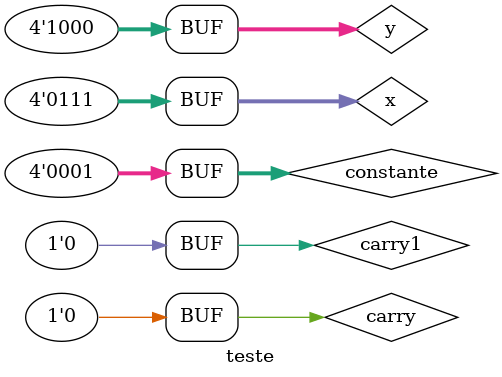
<source format=v>


	
	module halfAdder( s0,s1, a, b);
	
	input a, b;
	output s0, s1;
	
	xor XOR1(s0, a, b);
	and AND1(s1, a, b);

	endmodule 
	
// ------------------------- 
// full adder 
// -------------------------	
	
	module fullAdder(s0, s1, a, b, c);
	
	input a, b, c;
	output s0, s1;
	wire q0, q1, q2;
	
	halfAdder HA1(q0, q1, a, b);
	halfAdder HA2(s0, q2, c, q0);
	or OR1(s1, q2, q1);
	
	endmodule
	

// ------------------------- 
// full adder 4 bits
// -------------------------	
	

	module fullAdder4 (output [3:0]s,
	input Carry, 
	input [3:0]a, 
	input [3:0]b); 
	
	// descrever por portas
	wire vaiUm;
	wire vaiUm1;
	wire vaiUm2;
	wire s_xor;
	wire s_xor1;
	wire s_xor2;
	wire s_xor3;
	wire carryOut;
	
	
	
	xor XOR1	(s_xor,  b[0], Carry);
	xor XOR2	(s_xor1, b[1], Carry );
	xor XOR3	(s_xor2, b[2], Carry);
	xor XOR4	(s_xor3, b[3], Carry);
	
	
	fullAdder FA1(s[0], vaiUm, Carry, a[0], s_xor);
	fullAdder FA2(s[1], vaiUm1, a[1], s_xor1,vaiUm);
	fullAdder FA3(s[2], vaiUm2, a[2], s_xor2,vaiUm1);	
	fullAdder FA4(s[3],carryOut , a[3], s_xor3,vaiUm2);
	
	
	
// descrever por portas 
	endmodule // fullAdder 
	 
	
	


// ------------------------- definir dados 
	
	module teste;
	
	reg [3:0] x; 
	reg [3:0] y; 
	reg carry;
	reg carry1; 
	reg [3:0]constante;
	wire [3:0] soma;
	wire [3:0] saida;
	
	fullAdder4 FA(soma, carry,x,y);
	fullAdder4 FA1(saida, carry1, soma, constante);	
	
	
		
	
	 
// ------------------------- parte principal 
	initial begin 
	$display("Exemplo00047 - Rodrigo Arruda de Assis - 427460"); 
	$display("Test ALU's full adder");  
	
	
	#1 x = 0000; y = 0000; carry = 1; constante = 0001; carry1 = 0;
	
// projetar testes do 
	
	$monitor("x = %4b \t y = %4b\t carry1 = %b\t constante = %b\t carry2  = %b\t  saida = %5b\n",x,y,carry, constante, carry1, saida);
	
	#1 x = 0010; y = 0000; carry = 0; constante = 0001; carry1 = 1;
	#1 x = 0001; y = 0001; carry = 1; constante = 0001; carry1 = 0;
	#1 x = 0000; y = 0001; carry = 1; constante = 0001; carry1 = 1;
	#1 x = 1111; y = 1000; carry = 0; constante = 0001; carry1 = 0;
	
end 
endmodule // test_ComplementoDois
</source>
